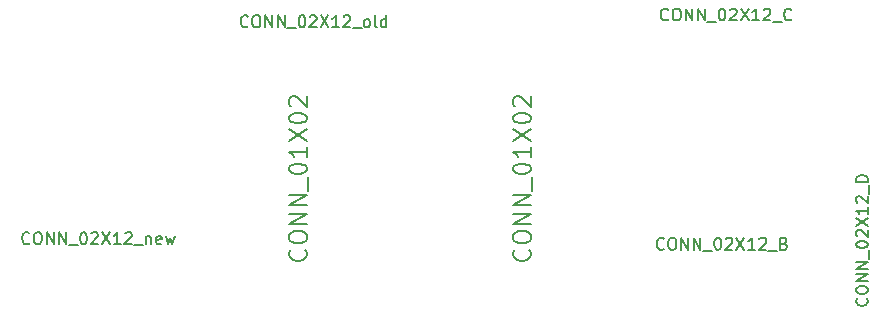
<source format=gbr>
G04 #@! TF.FileFunction,Other,Fab,Top*
%FSLAX46Y46*%
G04 Gerber Fmt 4.6, Leading zero omitted, Abs format (unit mm)*
G04 Created by KiCad (PCBNEW 4.0.2+dfsg1-stable) date lun 28 gen 2019 08:35:01 CET*
%MOMM*%
G01*
G04 APERTURE LIST*
%ADD10C,0.100000*%
%ADD11C,0.150000*%
G04 APERTURE END LIST*
D10*
D11*
X140270503Y-106141542D02*
X140318122Y-106189161D01*
X140365741Y-106332018D01*
X140365741Y-106427256D01*
X140318122Y-106570114D01*
X140222884Y-106665352D01*
X140127646Y-106712971D01*
X139937170Y-106760590D01*
X139794312Y-106760590D01*
X139603836Y-106712971D01*
X139508598Y-106665352D01*
X139413360Y-106570114D01*
X139365741Y-106427256D01*
X139365741Y-106332018D01*
X139413360Y-106189161D01*
X139460979Y-106141542D01*
X139365741Y-105522495D02*
X139365741Y-105332018D01*
X139413360Y-105236780D01*
X139508598Y-105141542D01*
X139699074Y-105093923D01*
X140032408Y-105093923D01*
X140222884Y-105141542D01*
X140318122Y-105236780D01*
X140365741Y-105332018D01*
X140365741Y-105522495D01*
X140318122Y-105617733D01*
X140222884Y-105712971D01*
X140032408Y-105760590D01*
X139699074Y-105760590D01*
X139508598Y-105712971D01*
X139413360Y-105617733D01*
X139365741Y-105522495D01*
X140365741Y-104665352D02*
X139365741Y-104665352D01*
X140365741Y-104093923D01*
X139365741Y-104093923D01*
X140365741Y-103617733D02*
X139365741Y-103617733D01*
X140365741Y-103046304D01*
X139365741Y-103046304D01*
X140460979Y-102808209D02*
X140460979Y-102046304D01*
X139365741Y-101617733D02*
X139365741Y-101522494D01*
X139413360Y-101427256D01*
X139460979Y-101379637D01*
X139556217Y-101332018D01*
X139746693Y-101284399D01*
X139984789Y-101284399D01*
X140175265Y-101332018D01*
X140270503Y-101379637D01*
X140318122Y-101427256D01*
X140365741Y-101522494D01*
X140365741Y-101617733D01*
X140318122Y-101712971D01*
X140270503Y-101760590D01*
X140175265Y-101808209D01*
X139984789Y-101855828D01*
X139746693Y-101855828D01*
X139556217Y-101808209D01*
X139460979Y-101760590D01*
X139413360Y-101712971D01*
X139365741Y-101617733D01*
X139460979Y-100903447D02*
X139413360Y-100855828D01*
X139365741Y-100760590D01*
X139365741Y-100522494D01*
X139413360Y-100427256D01*
X139460979Y-100379637D01*
X139556217Y-100332018D01*
X139651455Y-100332018D01*
X139794312Y-100379637D01*
X140365741Y-100951066D01*
X140365741Y-100332018D01*
X139365741Y-99998685D02*
X140365741Y-99332018D01*
X139365741Y-99332018D02*
X140365741Y-99998685D01*
X140365741Y-98427256D02*
X140365741Y-98998685D01*
X140365741Y-98712971D02*
X139365741Y-98712971D01*
X139508598Y-98808209D01*
X139603836Y-98903447D01*
X139651455Y-98998685D01*
X139460979Y-98046304D02*
X139413360Y-97998685D01*
X139365741Y-97903447D01*
X139365741Y-97665351D01*
X139413360Y-97570113D01*
X139460979Y-97522494D01*
X139556217Y-97474875D01*
X139651455Y-97474875D01*
X139794312Y-97522494D01*
X140365741Y-98093923D01*
X140365741Y-97474875D01*
X140460979Y-97284399D02*
X140460979Y-96522494D01*
X140365741Y-96284399D02*
X139365741Y-96284399D01*
X139365741Y-96046304D01*
X139413360Y-95903446D01*
X139508598Y-95808208D01*
X139603836Y-95760589D01*
X139794312Y-95712970D01*
X139937170Y-95712970D01*
X140127646Y-95760589D01*
X140222884Y-95808208D01*
X140318122Y-95903446D01*
X140365741Y-96046304D01*
X140365741Y-96284399D01*
X123451598Y-82518523D02*
X123403979Y-82566142D01*
X123261122Y-82613761D01*
X123165884Y-82613761D01*
X123023026Y-82566142D01*
X122927788Y-82470904D01*
X122880169Y-82375666D01*
X122832550Y-82185190D01*
X122832550Y-82042332D01*
X122880169Y-81851856D01*
X122927788Y-81756618D01*
X123023026Y-81661380D01*
X123165884Y-81613761D01*
X123261122Y-81613761D01*
X123403979Y-81661380D01*
X123451598Y-81708999D01*
X124070645Y-81613761D02*
X124261122Y-81613761D01*
X124356360Y-81661380D01*
X124451598Y-81756618D01*
X124499217Y-81947094D01*
X124499217Y-82280428D01*
X124451598Y-82470904D01*
X124356360Y-82566142D01*
X124261122Y-82613761D01*
X124070645Y-82613761D01*
X123975407Y-82566142D01*
X123880169Y-82470904D01*
X123832550Y-82280428D01*
X123832550Y-81947094D01*
X123880169Y-81756618D01*
X123975407Y-81661380D01*
X124070645Y-81613761D01*
X124927788Y-82613761D02*
X124927788Y-81613761D01*
X125499217Y-82613761D01*
X125499217Y-81613761D01*
X125975407Y-82613761D02*
X125975407Y-81613761D01*
X126546836Y-82613761D01*
X126546836Y-81613761D01*
X126784931Y-82708999D02*
X127546836Y-82708999D01*
X127975407Y-81613761D02*
X128070646Y-81613761D01*
X128165884Y-81661380D01*
X128213503Y-81708999D01*
X128261122Y-81804237D01*
X128308741Y-81994713D01*
X128308741Y-82232809D01*
X128261122Y-82423285D01*
X128213503Y-82518523D01*
X128165884Y-82566142D01*
X128070646Y-82613761D01*
X127975407Y-82613761D01*
X127880169Y-82566142D01*
X127832550Y-82518523D01*
X127784931Y-82423285D01*
X127737312Y-82232809D01*
X127737312Y-81994713D01*
X127784931Y-81804237D01*
X127832550Y-81708999D01*
X127880169Y-81661380D01*
X127975407Y-81613761D01*
X128689693Y-81708999D02*
X128737312Y-81661380D01*
X128832550Y-81613761D01*
X129070646Y-81613761D01*
X129165884Y-81661380D01*
X129213503Y-81708999D01*
X129261122Y-81804237D01*
X129261122Y-81899475D01*
X129213503Y-82042332D01*
X128642074Y-82613761D01*
X129261122Y-82613761D01*
X129594455Y-81613761D02*
X130261122Y-82613761D01*
X130261122Y-81613761D02*
X129594455Y-82613761D01*
X131165884Y-82613761D02*
X130594455Y-82613761D01*
X130880169Y-82613761D02*
X130880169Y-81613761D01*
X130784931Y-81756618D01*
X130689693Y-81851856D01*
X130594455Y-81899475D01*
X131546836Y-81708999D02*
X131594455Y-81661380D01*
X131689693Y-81613761D01*
X131927789Y-81613761D01*
X132023027Y-81661380D01*
X132070646Y-81708999D01*
X132118265Y-81804237D01*
X132118265Y-81899475D01*
X132070646Y-82042332D01*
X131499217Y-82613761D01*
X132118265Y-82613761D01*
X132308741Y-82708999D02*
X133070646Y-82708999D01*
X133880170Y-82518523D02*
X133832551Y-82566142D01*
X133689694Y-82613761D01*
X133594456Y-82613761D01*
X133451598Y-82566142D01*
X133356360Y-82470904D01*
X133308741Y-82375666D01*
X133261122Y-82185190D01*
X133261122Y-82042332D01*
X133308741Y-81851856D01*
X133356360Y-81756618D01*
X133451598Y-81661380D01*
X133594456Y-81613761D01*
X133689694Y-81613761D01*
X133832551Y-81661380D01*
X133880170Y-81708999D01*
X123090918Y-101929203D02*
X123043299Y-101976822D01*
X122900442Y-102024441D01*
X122805204Y-102024441D01*
X122662346Y-101976822D01*
X122567108Y-101881584D01*
X122519489Y-101786346D01*
X122471870Y-101595870D01*
X122471870Y-101453012D01*
X122519489Y-101262536D01*
X122567108Y-101167298D01*
X122662346Y-101072060D01*
X122805204Y-101024441D01*
X122900442Y-101024441D01*
X123043299Y-101072060D01*
X123090918Y-101119679D01*
X123709965Y-101024441D02*
X123900442Y-101024441D01*
X123995680Y-101072060D01*
X124090918Y-101167298D01*
X124138537Y-101357774D01*
X124138537Y-101691108D01*
X124090918Y-101881584D01*
X123995680Y-101976822D01*
X123900442Y-102024441D01*
X123709965Y-102024441D01*
X123614727Y-101976822D01*
X123519489Y-101881584D01*
X123471870Y-101691108D01*
X123471870Y-101357774D01*
X123519489Y-101167298D01*
X123614727Y-101072060D01*
X123709965Y-101024441D01*
X124567108Y-102024441D02*
X124567108Y-101024441D01*
X125138537Y-102024441D01*
X125138537Y-101024441D01*
X125614727Y-102024441D02*
X125614727Y-101024441D01*
X126186156Y-102024441D01*
X126186156Y-101024441D01*
X126424251Y-102119679D02*
X127186156Y-102119679D01*
X127614727Y-101024441D02*
X127709966Y-101024441D01*
X127805204Y-101072060D01*
X127852823Y-101119679D01*
X127900442Y-101214917D01*
X127948061Y-101405393D01*
X127948061Y-101643489D01*
X127900442Y-101833965D01*
X127852823Y-101929203D01*
X127805204Y-101976822D01*
X127709966Y-102024441D01*
X127614727Y-102024441D01*
X127519489Y-101976822D01*
X127471870Y-101929203D01*
X127424251Y-101833965D01*
X127376632Y-101643489D01*
X127376632Y-101405393D01*
X127424251Y-101214917D01*
X127471870Y-101119679D01*
X127519489Y-101072060D01*
X127614727Y-101024441D01*
X128329013Y-101119679D02*
X128376632Y-101072060D01*
X128471870Y-101024441D01*
X128709966Y-101024441D01*
X128805204Y-101072060D01*
X128852823Y-101119679D01*
X128900442Y-101214917D01*
X128900442Y-101310155D01*
X128852823Y-101453012D01*
X128281394Y-102024441D01*
X128900442Y-102024441D01*
X129233775Y-101024441D02*
X129900442Y-102024441D01*
X129900442Y-101024441D02*
X129233775Y-102024441D01*
X130805204Y-102024441D02*
X130233775Y-102024441D01*
X130519489Y-102024441D02*
X130519489Y-101024441D01*
X130424251Y-101167298D01*
X130329013Y-101262536D01*
X130233775Y-101310155D01*
X131186156Y-101119679D02*
X131233775Y-101072060D01*
X131329013Y-101024441D01*
X131567109Y-101024441D01*
X131662347Y-101072060D01*
X131709966Y-101119679D01*
X131757585Y-101214917D01*
X131757585Y-101310155D01*
X131709966Y-101453012D01*
X131138537Y-102024441D01*
X131757585Y-102024441D01*
X131948061Y-102119679D02*
X132709966Y-102119679D01*
X133281395Y-101500631D02*
X133424252Y-101548250D01*
X133471871Y-101595870D01*
X133519490Y-101691108D01*
X133519490Y-101833965D01*
X133471871Y-101929203D01*
X133424252Y-101976822D01*
X133329014Y-102024441D01*
X132948061Y-102024441D01*
X132948061Y-101024441D01*
X133281395Y-101024441D01*
X133376633Y-101072060D01*
X133424252Y-101119679D01*
X133471871Y-101214917D01*
X133471871Y-101310155D01*
X133424252Y-101405393D01*
X133376633Y-101453012D01*
X133281395Y-101500631D01*
X132948061Y-101500631D01*
X87877711Y-83095103D02*
X87830092Y-83142722D01*
X87687235Y-83190341D01*
X87591997Y-83190341D01*
X87449139Y-83142722D01*
X87353901Y-83047484D01*
X87306282Y-82952246D01*
X87258663Y-82761770D01*
X87258663Y-82618912D01*
X87306282Y-82428436D01*
X87353901Y-82333198D01*
X87449139Y-82237960D01*
X87591997Y-82190341D01*
X87687235Y-82190341D01*
X87830092Y-82237960D01*
X87877711Y-82285579D01*
X88496758Y-82190341D02*
X88687235Y-82190341D01*
X88782473Y-82237960D01*
X88877711Y-82333198D01*
X88925330Y-82523674D01*
X88925330Y-82857008D01*
X88877711Y-83047484D01*
X88782473Y-83142722D01*
X88687235Y-83190341D01*
X88496758Y-83190341D01*
X88401520Y-83142722D01*
X88306282Y-83047484D01*
X88258663Y-82857008D01*
X88258663Y-82523674D01*
X88306282Y-82333198D01*
X88401520Y-82237960D01*
X88496758Y-82190341D01*
X89353901Y-83190341D02*
X89353901Y-82190341D01*
X89925330Y-83190341D01*
X89925330Y-82190341D01*
X90401520Y-83190341D02*
X90401520Y-82190341D01*
X90972949Y-83190341D01*
X90972949Y-82190341D01*
X91211044Y-83285579D02*
X91972949Y-83285579D01*
X92401520Y-82190341D02*
X92496759Y-82190341D01*
X92591997Y-82237960D01*
X92639616Y-82285579D01*
X92687235Y-82380817D01*
X92734854Y-82571293D01*
X92734854Y-82809389D01*
X92687235Y-82999865D01*
X92639616Y-83095103D01*
X92591997Y-83142722D01*
X92496759Y-83190341D01*
X92401520Y-83190341D01*
X92306282Y-83142722D01*
X92258663Y-83095103D01*
X92211044Y-82999865D01*
X92163425Y-82809389D01*
X92163425Y-82571293D01*
X92211044Y-82380817D01*
X92258663Y-82285579D01*
X92306282Y-82237960D01*
X92401520Y-82190341D01*
X93115806Y-82285579D02*
X93163425Y-82237960D01*
X93258663Y-82190341D01*
X93496759Y-82190341D01*
X93591997Y-82237960D01*
X93639616Y-82285579D01*
X93687235Y-82380817D01*
X93687235Y-82476055D01*
X93639616Y-82618912D01*
X93068187Y-83190341D01*
X93687235Y-83190341D01*
X94020568Y-82190341D02*
X94687235Y-83190341D01*
X94687235Y-82190341D02*
X94020568Y-83190341D01*
X95591997Y-83190341D02*
X95020568Y-83190341D01*
X95306282Y-83190341D02*
X95306282Y-82190341D01*
X95211044Y-82333198D01*
X95115806Y-82428436D01*
X95020568Y-82476055D01*
X95972949Y-82285579D02*
X96020568Y-82237960D01*
X96115806Y-82190341D01*
X96353902Y-82190341D01*
X96449140Y-82237960D01*
X96496759Y-82285579D01*
X96544378Y-82380817D01*
X96544378Y-82476055D01*
X96496759Y-82618912D01*
X95925330Y-83190341D01*
X96544378Y-83190341D01*
X96734854Y-83285579D02*
X97496759Y-83285579D01*
X97877711Y-83190341D02*
X97782473Y-83142722D01*
X97734854Y-83095103D01*
X97687235Y-82999865D01*
X97687235Y-82714150D01*
X97734854Y-82618912D01*
X97782473Y-82571293D01*
X97877711Y-82523674D01*
X98020569Y-82523674D01*
X98115807Y-82571293D01*
X98163426Y-82618912D01*
X98211045Y-82714150D01*
X98211045Y-82999865D01*
X98163426Y-83095103D01*
X98115807Y-83142722D01*
X98020569Y-83190341D01*
X97877711Y-83190341D01*
X98782473Y-83190341D02*
X98687235Y-83142722D01*
X98639616Y-83047484D01*
X98639616Y-82190341D01*
X99591998Y-83190341D02*
X99591998Y-82190341D01*
X99591998Y-83142722D02*
X99496760Y-83190341D01*
X99306283Y-83190341D01*
X99211045Y-83142722D01*
X99163426Y-83095103D01*
X99115807Y-82999865D01*
X99115807Y-82714150D01*
X99163426Y-82618912D01*
X99211045Y-82571293D01*
X99306283Y-82523674D01*
X99496760Y-82523674D01*
X99591998Y-82571293D01*
X69374476Y-101454223D02*
X69326857Y-101501842D01*
X69184000Y-101549461D01*
X69088762Y-101549461D01*
X68945904Y-101501842D01*
X68850666Y-101406604D01*
X68803047Y-101311366D01*
X68755428Y-101120890D01*
X68755428Y-100978032D01*
X68803047Y-100787556D01*
X68850666Y-100692318D01*
X68945904Y-100597080D01*
X69088762Y-100549461D01*
X69184000Y-100549461D01*
X69326857Y-100597080D01*
X69374476Y-100644699D01*
X69993523Y-100549461D02*
X70184000Y-100549461D01*
X70279238Y-100597080D01*
X70374476Y-100692318D01*
X70422095Y-100882794D01*
X70422095Y-101216128D01*
X70374476Y-101406604D01*
X70279238Y-101501842D01*
X70184000Y-101549461D01*
X69993523Y-101549461D01*
X69898285Y-101501842D01*
X69803047Y-101406604D01*
X69755428Y-101216128D01*
X69755428Y-100882794D01*
X69803047Y-100692318D01*
X69898285Y-100597080D01*
X69993523Y-100549461D01*
X70850666Y-101549461D02*
X70850666Y-100549461D01*
X71422095Y-101549461D01*
X71422095Y-100549461D01*
X71898285Y-101549461D02*
X71898285Y-100549461D01*
X72469714Y-101549461D01*
X72469714Y-100549461D01*
X72707809Y-101644699D02*
X73469714Y-101644699D01*
X73898285Y-100549461D02*
X73993524Y-100549461D01*
X74088762Y-100597080D01*
X74136381Y-100644699D01*
X74184000Y-100739937D01*
X74231619Y-100930413D01*
X74231619Y-101168509D01*
X74184000Y-101358985D01*
X74136381Y-101454223D01*
X74088762Y-101501842D01*
X73993524Y-101549461D01*
X73898285Y-101549461D01*
X73803047Y-101501842D01*
X73755428Y-101454223D01*
X73707809Y-101358985D01*
X73660190Y-101168509D01*
X73660190Y-100930413D01*
X73707809Y-100739937D01*
X73755428Y-100644699D01*
X73803047Y-100597080D01*
X73898285Y-100549461D01*
X74612571Y-100644699D02*
X74660190Y-100597080D01*
X74755428Y-100549461D01*
X74993524Y-100549461D01*
X75088762Y-100597080D01*
X75136381Y-100644699D01*
X75184000Y-100739937D01*
X75184000Y-100835175D01*
X75136381Y-100978032D01*
X74564952Y-101549461D01*
X75184000Y-101549461D01*
X75517333Y-100549461D02*
X76184000Y-101549461D01*
X76184000Y-100549461D02*
X75517333Y-101549461D01*
X77088762Y-101549461D02*
X76517333Y-101549461D01*
X76803047Y-101549461D02*
X76803047Y-100549461D01*
X76707809Y-100692318D01*
X76612571Y-100787556D01*
X76517333Y-100835175D01*
X77469714Y-100644699D02*
X77517333Y-100597080D01*
X77612571Y-100549461D01*
X77850667Y-100549461D01*
X77945905Y-100597080D01*
X77993524Y-100644699D01*
X78041143Y-100739937D01*
X78041143Y-100835175D01*
X77993524Y-100978032D01*
X77422095Y-101549461D01*
X78041143Y-101549461D01*
X78231619Y-101644699D02*
X78993524Y-101644699D01*
X79231619Y-100882794D02*
X79231619Y-101549461D01*
X79231619Y-100978032D02*
X79279238Y-100930413D01*
X79374476Y-100882794D01*
X79517334Y-100882794D01*
X79612572Y-100930413D01*
X79660191Y-101025651D01*
X79660191Y-101549461D01*
X80517334Y-101501842D02*
X80422096Y-101549461D01*
X80231619Y-101549461D01*
X80136381Y-101501842D01*
X80088762Y-101406604D01*
X80088762Y-101025651D01*
X80136381Y-100930413D01*
X80231619Y-100882794D01*
X80422096Y-100882794D01*
X80517334Y-100930413D01*
X80564953Y-101025651D01*
X80564953Y-101120890D01*
X80088762Y-101216128D01*
X80898286Y-100882794D02*
X81088762Y-101549461D01*
X81279239Y-101073270D01*
X81469715Y-101549461D01*
X81660191Y-100882794D01*
X111679214Y-102035013D02*
X111750643Y-102106442D01*
X111822071Y-102320728D01*
X111822071Y-102463585D01*
X111750643Y-102677870D01*
X111607786Y-102820728D01*
X111464929Y-102892156D01*
X111179214Y-102963585D01*
X110964929Y-102963585D01*
X110679214Y-102892156D01*
X110536357Y-102820728D01*
X110393500Y-102677870D01*
X110322071Y-102463585D01*
X110322071Y-102320728D01*
X110393500Y-102106442D01*
X110464929Y-102035013D01*
X110322071Y-101106442D02*
X110322071Y-100820728D01*
X110393500Y-100677870D01*
X110536357Y-100535013D01*
X110822071Y-100463585D01*
X111322071Y-100463585D01*
X111607786Y-100535013D01*
X111750643Y-100677870D01*
X111822071Y-100820728D01*
X111822071Y-101106442D01*
X111750643Y-101249299D01*
X111607786Y-101392156D01*
X111322071Y-101463585D01*
X110822071Y-101463585D01*
X110536357Y-101392156D01*
X110393500Y-101249299D01*
X110322071Y-101106442D01*
X111822071Y-99820727D02*
X110322071Y-99820727D01*
X111822071Y-98963584D01*
X110322071Y-98963584D01*
X111822071Y-98249298D02*
X110322071Y-98249298D01*
X111822071Y-97392155D01*
X110322071Y-97392155D01*
X111964929Y-97035012D02*
X111964929Y-95892155D01*
X110322071Y-95249298D02*
X110322071Y-95106441D01*
X110393500Y-94963584D01*
X110464929Y-94892155D01*
X110607786Y-94820726D01*
X110893500Y-94749298D01*
X111250643Y-94749298D01*
X111536357Y-94820726D01*
X111679214Y-94892155D01*
X111750643Y-94963584D01*
X111822071Y-95106441D01*
X111822071Y-95249298D01*
X111750643Y-95392155D01*
X111679214Y-95463584D01*
X111536357Y-95535012D01*
X111250643Y-95606441D01*
X110893500Y-95606441D01*
X110607786Y-95535012D01*
X110464929Y-95463584D01*
X110393500Y-95392155D01*
X110322071Y-95249298D01*
X111822071Y-93320727D02*
X111822071Y-94177870D01*
X111822071Y-93749298D02*
X110322071Y-93749298D01*
X110536357Y-93892155D01*
X110679214Y-94035013D01*
X110750643Y-94177870D01*
X110322071Y-92820727D02*
X111822071Y-91820727D01*
X110322071Y-91820727D02*
X111822071Y-92820727D01*
X110322071Y-90963585D02*
X110322071Y-90820728D01*
X110393500Y-90677871D01*
X110464929Y-90606442D01*
X110607786Y-90535013D01*
X110893500Y-90463585D01*
X111250643Y-90463585D01*
X111536357Y-90535013D01*
X111679214Y-90606442D01*
X111750643Y-90677871D01*
X111822071Y-90820728D01*
X111822071Y-90963585D01*
X111750643Y-91106442D01*
X111679214Y-91177871D01*
X111536357Y-91249299D01*
X111250643Y-91320728D01*
X110893500Y-91320728D01*
X110607786Y-91249299D01*
X110464929Y-91177871D01*
X110393500Y-91106442D01*
X110322071Y-90963585D01*
X110464929Y-89892157D02*
X110393500Y-89820728D01*
X110322071Y-89677871D01*
X110322071Y-89320728D01*
X110393500Y-89177871D01*
X110464929Y-89106442D01*
X110607786Y-89035014D01*
X110750643Y-89035014D01*
X110964929Y-89106442D01*
X111822071Y-89963585D01*
X111822071Y-89035014D01*
X92711594Y-102035013D02*
X92783023Y-102106442D01*
X92854451Y-102320728D01*
X92854451Y-102463585D01*
X92783023Y-102677870D01*
X92640166Y-102820728D01*
X92497309Y-102892156D01*
X92211594Y-102963585D01*
X91997309Y-102963585D01*
X91711594Y-102892156D01*
X91568737Y-102820728D01*
X91425880Y-102677870D01*
X91354451Y-102463585D01*
X91354451Y-102320728D01*
X91425880Y-102106442D01*
X91497309Y-102035013D01*
X91354451Y-101106442D02*
X91354451Y-100820728D01*
X91425880Y-100677870D01*
X91568737Y-100535013D01*
X91854451Y-100463585D01*
X92354451Y-100463585D01*
X92640166Y-100535013D01*
X92783023Y-100677870D01*
X92854451Y-100820728D01*
X92854451Y-101106442D01*
X92783023Y-101249299D01*
X92640166Y-101392156D01*
X92354451Y-101463585D01*
X91854451Y-101463585D01*
X91568737Y-101392156D01*
X91425880Y-101249299D01*
X91354451Y-101106442D01*
X92854451Y-99820727D02*
X91354451Y-99820727D01*
X92854451Y-98963584D01*
X91354451Y-98963584D01*
X92854451Y-98249298D02*
X91354451Y-98249298D01*
X92854451Y-97392155D01*
X91354451Y-97392155D01*
X92997309Y-97035012D02*
X92997309Y-95892155D01*
X91354451Y-95249298D02*
X91354451Y-95106441D01*
X91425880Y-94963584D01*
X91497309Y-94892155D01*
X91640166Y-94820726D01*
X91925880Y-94749298D01*
X92283023Y-94749298D01*
X92568737Y-94820726D01*
X92711594Y-94892155D01*
X92783023Y-94963584D01*
X92854451Y-95106441D01*
X92854451Y-95249298D01*
X92783023Y-95392155D01*
X92711594Y-95463584D01*
X92568737Y-95535012D01*
X92283023Y-95606441D01*
X91925880Y-95606441D01*
X91640166Y-95535012D01*
X91497309Y-95463584D01*
X91425880Y-95392155D01*
X91354451Y-95249298D01*
X92854451Y-93320727D02*
X92854451Y-94177870D01*
X92854451Y-93749298D02*
X91354451Y-93749298D01*
X91568737Y-93892155D01*
X91711594Y-94035013D01*
X91783023Y-94177870D01*
X91354451Y-92820727D02*
X92854451Y-91820727D01*
X91354451Y-91820727D02*
X92854451Y-92820727D01*
X91354451Y-90963585D02*
X91354451Y-90820728D01*
X91425880Y-90677871D01*
X91497309Y-90606442D01*
X91640166Y-90535013D01*
X91925880Y-90463585D01*
X92283023Y-90463585D01*
X92568737Y-90535013D01*
X92711594Y-90606442D01*
X92783023Y-90677871D01*
X92854451Y-90820728D01*
X92854451Y-90963585D01*
X92783023Y-91106442D01*
X92711594Y-91177871D01*
X92568737Y-91249299D01*
X92283023Y-91320728D01*
X91925880Y-91320728D01*
X91640166Y-91249299D01*
X91497309Y-91177871D01*
X91425880Y-91106442D01*
X91354451Y-90963585D01*
X91497309Y-89892157D02*
X91425880Y-89820728D01*
X91354451Y-89677871D01*
X91354451Y-89320728D01*
X91425880Y-89177871D01*
X91497309Y-89106442D01*
X91640166Y-89035014D01*
X91783023Y-89035014D01*
X91997309Y-89106442D01*
X92854451Y-89963585D01*
X92854451Y-89035014D01*
M02*

</source>
